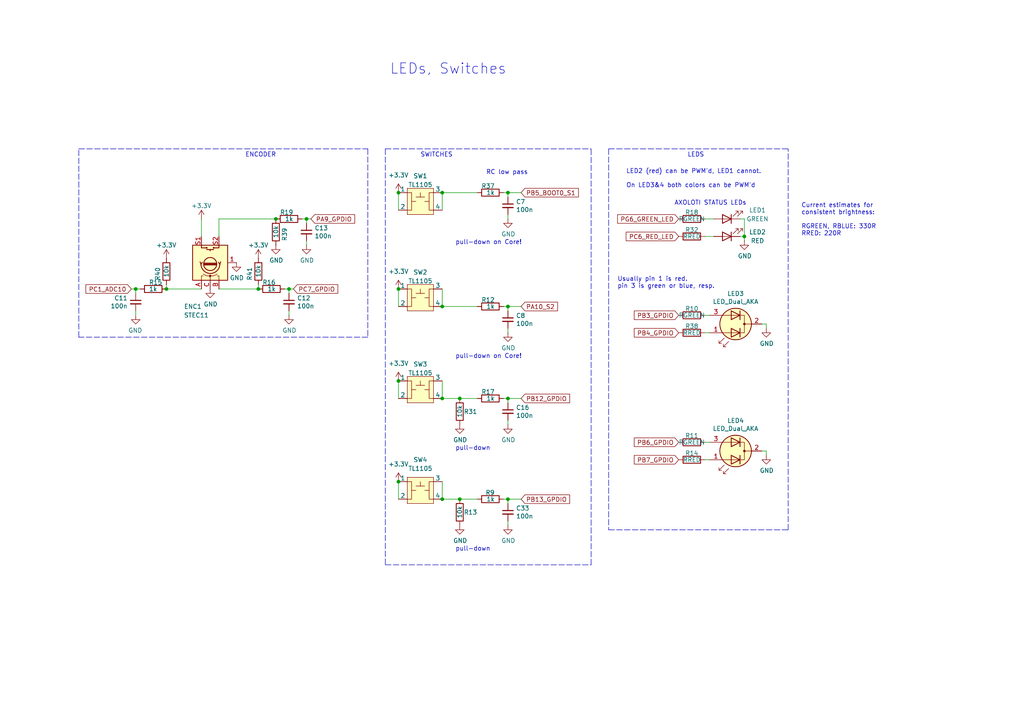
<source format=kicad_sch>
(kicad_sch (version 20250114) (generator "eeschema") (generator_version "9.0")
  (paper "A4")
  (title_block (title "https://github.com/ksoloti/ksoloti-gills") (date "2025-11-19") (rev "v0.6"))
  (lib_symbols
    (symbol "Device:C_Small" (pin_numbers (hide yes)) (pin_names (offset 0.254) (hide yes))
      (property "Reference" "C" (at 0.254 1.778 0))
      (property "Value" "C_Small" (at 0.254 -2.032 0))
      (symbol "C_Small_0_1"
        (polyline (pts (xy -1.524 0.508) (xy 1.524 0.508)) (stroke (width 0.3048)))
        (polyline (pts (xy -1.524 -0.508) (xy 1.524 -0.508)) (stroke (width 0.3302)))
      )
      (symbol "C_Small_1_1"
        (pin passive line (at 0 2.54 270) (length 2.032) (name "~") (number "1"))
        (pin passive line (at 0 -2.54 90) (length 2.032) (name "~") (number "2"))
      )
    )
    (symbol "Device:LED" (pin_numbers (hide yes)) (pin_names (offset 1.016) (hide yes))
      (property "Reference" "D" (at 0 2.54 0))
      (property "Value" "LED" (at 0 -2.54 0))
      (symbol "LED_0_1"
        (polyline (pts (xy -3.048 -0.762) (xy -4.572 -2.286) (xy -3.81 -2.286) (xy -4.572 -2.286) (xy -4.572 -1.524)))
        (polyline (pts (xy -1.778 -0.762) (xy -3.302 -2.286) (xy -2.54 -2.286) (xy -3.302 -2.286) (xy -3.302 -1.524)))
        (polyline (pts (xy -1.27 0) (xy 1.27 0)))
        (polyline (pts (xy -1.27 -1.27) (xy -1.27 1.27)) (stroke (width 0.254)))
        (polyline (pts (xy 1.27 -1.27) (xy 1.27 1.27) (xy -1.27 0) (xy 1.27 -1.27)) (stroke (width 0.254)))
      )
      (symbol "LED_1_1"
        (pin passive line (at -3.81 0 0) (length 2.54) (name "K") (number "1"))
        (pin passive line (at 3.81 0 180) (length 2.54) (name "A") (number "2"))
      )
    )
    (symbol "Device:LED_Dual_AKA" (pin_names (offset 0) (hide yes))
      (property "Reference" "D" (at 0 5.715 0))
      (property "Value" "LED_Dual_AKA" (at 0 -6.35 0))
      (symbol "LED_Dual_AKA_0_1"
        (polyline (pts (xy -4.572 0) (xy -2.54 0)))
        (circle (center -2.54 0) (radius 0.2794) (fill (type outline)))
        (polyline (pts (xy -1.27 1.27) (xy -1.27 3.81)) (stroke (width 0.254)))
        (polyline (pts (xy -1.27 -1.27) (xy -1.27 -3.81)) (stroke (width 0.254)))
        (circle (center 0 0) (radius 4.572) (stroke (width 0.254)) (fill (type background)))
        (polyline (pts (xy 1.27 1.27) (xy 1.27 3.81) (xy -1.27 2.54) (xy 1.27 1.27)) (stroke (width 0.254)))
        (polyline (pts (xy 1.27 -3.81) (xy 1.27 -1.27) (xy -1.27 -2.54) (xy 1.27 -3.81)) (stroke (width 0.254)))
        (polyline (pts (xy 2.032 5.08) (xy 3.556 6.604) (xy 2.794 6.604) (xy 3.556 6.604) (xy 3.556 5.842)))
        (polyline (pts (xy 2.032 2.54) (xy -2.54 2.54) (xy -2.54 -2.54) (xy 2.032 -2.54)))
        (polyline (pts (xy 3.302 4.064) (xy 4.826 5.588) (xy 4.064 5.588) (xy 4.826 5.588) (xy 4.826 4.826)))
        (polyline (pts (xy 3.81 2.54) (xy 1.905 2.54)))
        (polyline (pts (xy 3.81 -2.54) (xy 1.905 -2.54)))
      )
      (symbol "LED_Dual_AKA_1_1"
        (pin input line (at -7.62 0 0) (length 3.048) (name "K") (number "2"))
        (pin input line (at 7.62 2.54 180) (length 3.81) (name "A1") (number "1"))
        (pin input line (at 7.62 -2.54 180) (length 3.81) (name "A2") (number "3"))
      )
    )
    (symbol "Device:R" (pin_numbers (hide yes)) (pin_names (offset 0))
      (property "Reference" "R" (at 2.032 0 90))
      (property "Value" "R" (at 0 0 90))
      (symbol "R_0_1"
        (rectangle (start -1.016 -2.54) (end 1.016 2.54) (stroke (width 0.254)))
      )
      (symbol "R_1_1"
        (pin passive line (at 0 3.81 270) (length 1.27) (name "~") (number "1"))
        (pin passive line (at 0 -3.81 90) (length 1.27) (name "~") (number "2"))
      )
    )
    (symbol "New_Library:RotaryEncoder_Switch_GND" (pin_names (offset 0.254) (hide yes))
      (property "Reference" "ENC1" (at -12.7 7.62 90))
      (property "Value" "STEC11" (at -15.24 7.62 90))
      (symbol "RotaryEncoder_Switch_GND_0_1"
        (rectangle (start -5.08 5.08) (end 5.08 -5.08) (stroke (width 0.254)) (fill (type background)))
        (polyline (pts (xy -5.08 2.54) (xy -3.81 2.54) (xy -3.81 2.032)))
        (polyline (pts (xy -5.08 0) (xy -3.81 0) (xy -3.81 -1.016) (xy -3.302 -2.032)))
        (polyline (pts (xy -5.08 -2.54) (xy -3.81 -2.54) (xy -3.81 -2.032)))
        (polyline (pts (xy -4.318 0) (xy -3.81 0) (xy -3.81 1.016) (xy -3.302 2.032)))
        (circle (center -3.81 0) (radius 0.254) (fill (type outline)))
        (polyline (pts (xy -0.635 -1.778) (xy -0.635 1.778)) (stroke (width 0.254)))
        (circle (center -0.381 0) (radius 1.905) (stroke (width 0.254)))
        (polyline (pts (xy -0.381 -1.778) (xy -0.381 1.778)) (stroke (width 0.254)))
        (arc (start -0.381 -2.794) (mid -3.0988 -0.0635) (end -0.381 2.667) (stroke (width 0.254)))
        (polyline (pts (xy -0.127 1.778) (xy -0.127 -1.778)) (stroke (width 0.254)))
        (polyline (pts (xy 0.254 2.921) (xy -0.508 2.667) (xy 0.127 2.286)) (stroke (width 0.254)))
        (polyline (pts (xy 0.254 -3.048) (xy -0.508 -2.794) (xy 0.127 -2.413)) (stroke (width 0.254)))
        (polyline (pts (xy 3.81 1.016) (xy 3.81 -1.016)) (stroke (width 0.254)))
        (polyline (pts (xy 3.81 0) (xy 3.429 0)) (stroke (width 0.254)))
        (circle (center 4.318 1.016) (radius 0.127) (stroke (width 0.254)))
        (circle (center 4.318 -1.016) (radius 0.127) (stroke (width 0.254)))
        (polyline (pts (xy 5.08 2.54) (xy 4.318 2.54) (xy 4.318 1.016)) (stroke (width 0.254)))
        (polyline (pts (xy 5.08 -2.54) (xy 4.318 -2.54) (xy 4.318 -1.016)) (stroke (width 0.254)))
      )
      (symbol "RotaryEncoder_Switch_GND_1_1"
        (pin passive line (at -7.62 2.54 0) (length 2.54) (name "A") (number "A"))
        (pin passive line (at -7.62 0 0) (length 2.54) (name "C") (number "C"))
        (pin passive line (at -7.62 -2.54 0) (length 2.54) (name "B") (number "B"))
        (pin passive line (at 0 -7.62 90) (length 2.54) (name "1") (number "1"))
        (pin passive line (at 7.62 2.54 180) (length 2.54) (name "S1") (number "S1"))
        (pin passive line (at 7.62 -2.54 180) (length 2.54) (name "S2") (number "S2"))
      )
    )
    (symbol "New_Library:TL1105" (pin_numbers (hide yes)) (pin_names (offset 0))
      (property "Reference" "SW2" (at 0 7.3828 0))
      (property "Value" "TL1105" (at 0 4.8459 0))
      (symbol "TL1105_0_1"
        (rectangle (start -3.81 3.81) (end 3.81 -3.81) (fill (type background)))
        (polyline (pts (xy -3.81 2.54) (xy -2.54 2.54) (xy -2.54 -2.54) (xy -3.81 -2.54)))
        (polyline (pts (xy -2.54 0) (xy -1.27 0)))
        (polyline (pts (xy -1.27 1.27) (xy 1.27 1.27)))
        (polyline (pts (xy 0 2.54) (xy 0 1.27)))
        (polyline (pts (xy 1.27 0) (xy 2.54 0)))
        (polyline (pts (xy 3.81 2.54) (xy 2.54 2.54) (xy 2.54 -2.54) (xy 3.81 -2.54)))
      )
      (symbol "TL1105_1_1"
        (pin input line (at -6.35 2.54 0) (length 2.54) (name "1") (number "1"))
        (pin input line (at -6.35 -2.54 0) (length 2.54) (name "2") (number "2"))
        (pin input line (at 6.35 2.54 180) (length 2.54) (name "3") (number "3"))
        (pin input line (at 6.35 -2.54 180) (length 2.54) (name "4") (number "4"))
      )
    )
    (symbol "power:+3.3V" (power) (pin_numbers (hide yes)) (pin_names (offset 0) (hide yes))
      (property "Value" "+3.3V" (at 0 3.556 0))
      (symbol "+3.3V_0_1"
        (polyline (pts (xy -0.762 1.27) (xy 0 2.54)))
        (polyline (pts (xy 0 2.54) (xy 0.762 1.27)))
        (polyline (pts (xy 0 0) (xy 0 2.54)))
      )
      (symbol "+3.3V_1_1"
        (pin power_in line (at 0 0 90) (length 0) (name "~") (number "1"))
      )
    )
    (symbol "power:GND" (power) (pin_numbers (hide yes)) (pin_names (offset 0) (hide yes))
      (property "Value" "GND" (at 0 -3.81 0))
      (symbol "GND_0_1"
        (polyline (pts (xy 0 0) (xy 0 -1.27) (xy 1.27 -1.27) (xy 0 -2.54) (xy -1.27 -1.27) (xy 0 -1.27)))
      )
      (symbol "GND_1_1"
        (pin power_in line (at 0 0 270) (length 0) (name "~") (number "1"))
      )
    )
  )
  (text "ENCODER" (at 71.12 45.72 0) (effects (font (size 1.27 1.27)) (justify left bottom)))
  (text "SWITCHES" (at 121.92 45.72 0) (effects (font (size 1.27 1.27)) (justify left bottom)))
  (text "pull-down on Core!" (at 132.08 71.12 0) (effects (font (size 1.27 1.27)) (justify left bottom)))
  (text "LEDS" (at 199.39 45.72 0) (effects (font (size 1.27 1.27)) (justify left bottom)))
  (text "LED2 (red) can be PWM'd, LED1 cannot.\n\nOn LED3&4 both colors can be PWM'd\n" (at 181.61 54.61 0) (effects (font (size 1.27 1.27)) (justify left bottom)))
  (text "LEDs, Switches" (at 113.03 21.844 0) (effects (font (size 3 3)) (justify left bottom)))
  (text "pull-down on Core!" (at 132.08 104.14 0) (effects (font (size 1.27 1.27)) (justify left bottom)))
  (text "Current estimates for\nconsistent brightness:\n\nRGREEN, RBLUE: 330R\nRRED: 220R" (at 232.41 68.58 0) (effects (font (size 1.27 1.27)) (justify left bottom)))
  (text "Usually pin 1 is red.\npin 3 is green or blue, resp." (at 179.07 83.82 0) (effects (font (size 1.27 1.27)) (justify left bottom)))
  (text "pull-down" (at 132.08 160.02 0) (effects (font (size 1.27 1.27)) (justify left bottom)))
  (text "AXOLOTI STATUS LEDs" (at 195.58 59.69 0) (effects (font (size 1.27 1.27)) (justify left bottom)))
  (text "RC low pass" (at 140.97 50.8 0) (effects (font (size 1.27 1.27)) (justify left bottom)))
  (text "pull-down" (at 132.08 130.81 0) (effects (font (size 1.27 1.27)) (justify left bottom)))
  (junction (at 147.32 144.78))
  (junction (at 147.32 115.57))
  (junction (at 115.57 139.7))
  (junction (at 80.01 63.5))
  (junction (at 74.93 83.82))
  (junction (at 128.27 55.88))
  (junction (at 133.35 144.78))
  (junction (at 115.57 83.82))
  (junction (at 115.57 55.88))
  (junction (at 128.27 144.78))
  (junction (at 115.57 110.49))
  (junction (at 128.27 88.9))
  (junction (at 133.35 115.57))
  (junction (at 83.82 83.82))
  (junction (at 147.32 88.9))
  (junction (at 128.27 115.57))
  (junction (at 39.37 83.82))
  (junction (at 215.9 68.58))
  (junction (at 88.9 63.5))
  (junction (at 147.32 55.88))
  (junction (at 48.26 83.82))
  (wire (pts (xy 83.82 90.17) (xy 83.82 91.44)))
  (wire (pts (xy 128.27 83.82) (xy 128.27 88.9)))
  (polyline (pts (xy 176.53 43.18) (xy 176.53 153.67)) (stroke (width 0) (type dash)))
  (polyline (pts (xy 111.76 163.83) (xy 171.45 163.83)) (stroke (width 0) (type dash)))
  (wire (pts (xy 207.01 63.5) (xy 204.47 63.5)))
  (wire (pts (xy 205.74 133.35) (xy 204.47 133.35)))
  (wire (pts (xy 147.32 57.15) (xy 147.32 55.88)))
  (wire (pts (xy 80.01 63.5) (xy 63.5 63.5)))
  (wire (pts (xy 128.27 115.57) (xy 133.35 115.57)))
  (polyline (pts (xy 176.53 43.18) (xy 228.6 43.18)) (stroke (width 0) (type dash)))
  (wire (pts (xy 133.35 115.57) (xy 138.43 115.57)))
  (wire (pts (xy 147.32 88.9) (xy 146.05 88.9)))
  (wire (pts (xy 147.32 151.13) (xy 147.32 152.4)))
  (wire (pts (xy 215.9 68.58) (xy 214.63 68.58)))
  (wire (pts (xy 147.32 146.05) (xy 147.32 144.78)))
  (polyline (pts (xy 22.86 43.18) (xy 106.68 43.18)) (stroke (width 0) (type dash)))
  (wire (pts (xy 205.74 96.52) (xy 204.47 96.52)))
  (wire (pts (xy 215.9 69.85) (xy 215.9 68.58)))
  (wire (pts (xy 147.32 55.88) (xy 146.05 55.88)))
  (wire (pts (xy 83.82 85.09) (xy 83.82 83.82)))
  (polyline (pts (xy 176.53 153.67) (xy 228.6 153.67)) (stroke (width 0) (type dash)))
  (wire (pts (xy 147.32 62.23) (xy 147.32 63.5)))
  (wire (pts (xy 215.9 68.58) (xy 215.9 63.5)))
  (wire (pts (xy 147.32 144.78) (xy 146.05 144.78)))
  (wire (pts (xy 48.26 82.55) (xy 48.26 83.82)))
  (wire (pts (xy 128.27 110.49) (xy 128.27 115.57)))
  (wire (pts (xy 88.9 63.5) (xy 87.63 63.5)))
  (wire (pts (xy 39.37 90.17) (xy 39.37 91.44)))
  (wire (pts (xy 115.57 144.78) (xy 115.57 139.7)))
  (polyline (pts (xy 111.76 43.18) (xy 171.45 43.18)) (stroke (width 0) (type dash)))
  (wire (pts (xy 204.47 91.44) (xy 205.74 91.44)))
  (polyline (pts (xy 228.6 153.67) (xy 228.6 43.18)) (stroke (width 0) (type dash)))
  (wire (pts (xy 115.57 60.96) (xy 115.57 55.88)))
  (wire (pts (xy 74.93 83.82) (xy 74.93 82.55)))
  (wire (pts (xy 58.42 63.5) (xy 58.42 68.58)))
  (wire (pts (xy 88.9 69.85) (xy 88.9 71.12)))
  (wire (pts (xy 38.1 83.82) (xy 39.37 83.82)))
  (wire (pts (xy 115.57 88.9) (xy 115.57 83.82)))
  (wire (pts (xy 128.27 55.88) (xy 128.27 60.96)))
  (wire (pts (xy 128.27 139.7) (xy 128.27 144.78)))
  (polyline (pts (xy 106.68 97.79) (xy 22.86 97.79)) (stroke (width 0) (type dash)))
  (wire (pts (xy 115.57 115.57) (xy 115.57 110.49)))
  (polyline (pts (xy 22.86 97.79) (xy 22.86 43.18)) (stroke (width 0) (type dash)))
  (wire (pts (xy 151.13 115.57) (xy 147.32 115.57)))
  (wire (pts (xy 128.27 55.88) (xy 138.43 55.88)))
  (wire (pts (xy 39.37 85.09) (xy 39.37 83.82)))
  (wire (pts (xy 128.27 144.78) (xy 133.35 144.78)))
  (wire (pts (xy 85.09 83.82) (xy 83.82 83.82)))
  (wire (pts (xy 63.5 83.82) (xy 74.93 83.82)))
  (polyline (pts (xy 111.76 43.18) (xy 111.76 163.83)) (stroke (width 0) (type dash)))
  (wire (pts (xy 128.27 88.9) (xy 138.43 88.9)))
  (wire (pts (xy 222.25 95.25) (xy 222.25 93.98)))
  (wire (pts (xy 147.32 90.17) (xy 147.32 88.9)))
  (wire (pts (xy 90.17 63.5) (xy 88.9 63.5)))
  (wire (pts (xy 151.13 55.88) (xy 147.32 55.88)))
  (wire (pts (xy 147.32 115.57) (xy 146.05 115.57)))
  (wire (pts (xy 222.25 93.98) (xy 220.98 93.98)))
  (wire (pts (xy 204.47 128.27) (xy 205.74 128.27)))
  (wire (pts (xy 83.82 83.82) (xy 82.55 83.82)))
  (wire (pts (xy 147.32 95.25) (xy 147.32 96.52)))
  (wire (pts (xy 215.9 63.5) (xy 214.63 63.5)))
  (wire (pts (xy 88.9 64.77) (xy 88.9 63.5)))
  (wire (pts (xy 147.32 116.84) (xy 147.32 115.57)))
  (wire (pts (xy 147.32 121.92) (xy 147.32 123.19)))
  (wire (pts (xy 151.13 144.78) (xy 147.32 144.78)))
  (polyline (pts (xy 171.45 163.83) (xy 171.45 43.18)) (stroke (width 0) (type dash)))
  (wire (pts (xy 63.5 63.5) (xy 63.5 68.58)))
  (wire (pts (xy 222.25 130.81) (xy 220.98 130.81)))
  (wire (pts (xy 48.26 83.82) (xy 58.42 83.82)))
  (wire (pts (xy 39.37 83.82) (xy 40.64 83.82)))
  (wire (pts (xy 133.35 144.78) (xy 138.43 144.78)))
  (wire (pts (xy 151.13 88.9) (xy 147.32 88.9)))
  (polyline (pts (xy 106.68 43.18) (xy 106.68 97.79)) (stroke (width 0) (type dash)))
  (wire (pts (xy 222.25 132.08) (xy 222.25 130.81)))
  (wire (pts (xy 204.47 68.58) (xy 207.01 68.58)))
  (global_label "PB5_BOOT0_S1" (shape input) (at 151.13 55.88 0) (property "Intersheetrefs" "${INTERSHEET_REFS}" (effects (hide yes))))
  (global_label "PB13_GPDIO" (shape input) (at 151.13 144.78 0) (property "Intersheetrefs" "${INTERSHEET_REFS}" (effects (hide yes))))
  (global_label "PC1_ADC10" (shape input) (at 38.1 83.82 180) (property "Intersheetrefs" "${INTERSHEET_REFS}" (effects (hide yes))))
  (global_label "PB3_GPDIO" (shape input) (at 196.85 91.44 180) (property "Intersheetrefs" "${INTERSHEET_REFS}" (effects (hide yes))))
  (global_label "PC7_GPDIO" (shape input) (at 85.09 83.82 0) (property "Intersheetrefs" "${INTERSHEET_REFS}" (effects (hide yes))))
  (global_label "PB6_GPDIO" (shape input) (at 196.85 128.27 180) (property "Intersheetrefs" "${INTERSHEET_REFS}" (effects (hide yes))))
  (global_label "PC6_RED_LED" (shape input) (at 196.85 68.58 180) (property "Intersheetrefs" "${INTERSHEET_REFS}" (effects (hide yes))))
  (global_label "PB12_GPDIO" (shape input) (at 151.13 115.57 0) (property "Intersheetrefs" "${INTERSHEET_REFS}" (effects (hide yes))))
  (global_label "PA10_S2" (shape input) (at 151.13 88.9 0) (property "Intersheetrefs" "${INTERSHEET_REFS}" (effects (hide yes))))
  (global_label "PB7_GPDIO" (shape input) (at 196.85 133.35 180) (property "Intersheetrefs" "${INTERSHEET_REFS}" (effects (hide yes))))
  (global_label "PG6_GREEN_LED" (shape input) (at 196.85 63.5 180) (property "Intersheetrefs" "${INTERSHEET_REFS}" (effects (hide yes))))
  (global_label "PA9_GPDIO" (shape input) (at 90.17 63.5 0) (property "Intersheetrefs" "${INTERSHEET_REFS}" (effects (hide yes))))
  (global_label "PB4_GPDIO" (shape input) (at 196.85 96.52 180) (property "Intersheetrefs" "${INTERSHEET_REFS}" (effects (hide yes))))
  (symbol (lib_id "power:GND") (at 147.32 63.5 0) (unit 1)
    (property "Reference" "#PWR032" (effects (hide yes)))
    (property "Value" "GND" (at 147.447 67.8942 0))
    (property "Description" "Power symbol creates a global label with name \"GND\" , ground" (effects (hide yes)))
  )
  (symbol (lib_id "Device:LED") (at 210.82 63.5 180) (unit 1)
    (property "Reference" "LED1" (at 219.71 60.96 0))
    (property "Value" "GREEN" (at 219.71 63.5 0))
    (property "Footprint" "Library:LED_D3.0mm_marked" (effects (hide yes)))
    (property "Description" "Light emitting diode" (effects (hide yes)))
    (property "Sim.Pins" "1=K 2=A" (effects (hide yes)))
  )
  (symbol (lib_id "New_Library:TL1105") (at 121.92 113.03 0) (unit 1)
    (property "Reference" "SW3" (at 121.92 105.6472 0))
    (property "Value" "TL1105" (at 121.92 108.1841 0))
    (property "Footprint" "Library:TL1105T" (effects (hide yes)))
    (property "Datasheet" "https://www.e-switch.com/system/asset/product_line/data_sheet/144/TL1105.pdf" (effects (hide yes)))
  )
  (symbol (lib_id "Device:R") (at 78.74 83.82 90) (unit 1)
    (property "Reference" "R16" (at 80.01 81.915 90) (effects (justify left)))
    (property "Value" "1k" (at 80.01 83.82 90) (effects (justify left)))
    (property "Footprint" "Resistor_SMD:R_0603_1608Metric" (effects (hide yes)))
    (property "Description" "Resistor" (effects (hide yes)))
  )
  (symbol (lib_id "power:GND") (at 133.35 123.19 0) (unit 1)
    (property "Reference" "#PWR049" (effects (hide yes)))
    (property "Value" "GND" (at 133.477 127.5842 0))
    (property "Description" "Power symbol creates a global label with name \"GND\" , ground" (effects (hide yes)))
  )
  (symbol (lib_id "power:GND") (at 39.37 91.44 0) (mirror y) (unit 1)
    (property "Reference" "#PWR010" (effects (hide yes)))
    (property "Value" "GND" (at 39.243 95.8342 0))
    (property "Description" "Power symbol creates a global label with name \"GND\" , ground" (effects (hide yes)))
  )
  (symbol (lib_id "Device:C_Small") (at 147.32 119.38 0) (unit 1)
    (property "Reference" "C16" (at 149.6568 118.2116 0) (effects (justify left)))
    (property "Value" "100n" (at 149.6568 120.523 0) (effects (justify left)))
    (property "Footprint" "Capacitor_SMD:C_0603_1608Metric" (effects (hide yes)))
    (property "Description" "Unpolarized capacitor, small symbol" (effects (hide yes)))
  )
  (symbol (lib_id "Device:R") (at 200.66 96.52 270) (unit 1)
    (property "Reference" "R38" (at 200.66 94.615 90))
    (property "Value" "RRED" (at 200.66 96.52 90))
    (property "Footprint" "Resistor_SMD:R_0805_2012Metric" (effects (hide yes)))
    (property "Description" "Resistor" (effects (hide yes)))
  )
  (symbol (lib_id "New_Library:TL1105") (at 121.92 142.24 0) (unit 1)
    (property "Reference" "SW4" (at 121.92 133.35 0))
    (property "Value" "TL1105" (at 121.92 135.89 0))
    (property "Footprint" "Library:TL1105T" (effects (hide yes)))
    (property "Datasheet" "https://www.e-switch.com/system/asset/product_line/data_sheet/144/TL1105.pdf" (effects (hide yes)))
  )
  (symbol (lib_id "Device:R") (at 200.66 63.5 270) (unit 1)
    (property "Reference" "R18" (at 200.66 61.595 90))
    (property "Value" "RGREEN" (at 200.66 63.5 90))
    (property "Footprint" "Resistor_SMD:R_0805_2012Metric" (effects (hide yes)))
    (property "Description" "Resistor" (effects (hide yes)))
  )
  (symbol (lib_id "Device:R") (at 80.01 67.31 180) (unit 1)
    (property "Reference" "R39" (at 82.55 66.04 90) (effects (justify left)))
    (property "Value" "10k" (at 80.01 65.405 90) (effects (justify left)))
    (property "Footprint" "Resistor_SMD:R_0603_1608Metric" (effects (hide yes)))
    (property "Description" "Resistor" (effects (hide yes)))
  )
  (symbol (lib_id "power:GND") (at 68.58 76.2 0) (unit 1)
    (property "Reference" "#PWR0144" (effects (hide yes)))
    (property "Value" "GND" (at 68.707 80.5942 0))
    (property "Description" "Power symbol creates a global label with name \"GND\" , ground" (effects (hide yes)))
  )
  (symbol (lib_id "power:GND") (at 222.25 95.25 0) (unit 1)
    (property "Reference" "#PWR030" (effects (hide yes)))
    (property "Value" "GND" (at 222.377 99.6442 0))
    (property "Description" "Power symbol creates a global label with name \"GND\" , ground" (effects (hide yes)))
  )
  (symbol (lib_id "power:GND") (at 80.01 71.12 0) (unit 1)
    (property "Reference" "#PWR083" (effects (hide yes)))
    (property "Value" "GND" (at 80.137 75.5142 0))
    (property "Description" "Power symbol creates a global label with name \"GND\" , ground" (effects (hide yes)))
  )
  (symbol (lib_id "Device:C_Small") (at 147.32 92.71 0) (unit 1)
    (property "Reference" "C8" (at 149.6568 91.5416 0) (effects (justify left)))
    (property "Value" "100n" (at 149.6568 93.853 0) (effects (justify left)))
    (property "Footprint" "Capacitor_SMD:C_0603_1608Metric" (effects (hide yes)))
    (property "Description" "Unpolarized capacitor, small symbol" (effects (hide yes)))
  )
  (symbol (lib_id "Device:LED") (at 210.82 68.58 180) (unit 1)
    (property "Reference" "LED2" (at 219.71 67.31 0))
    (property "Value" "RED" (at 219.71 69.85 0))
    (property "Footprint" "Library:LED_D3.0mm_marked" (effects (hide yes)))
    (property "Description" "Light emitting diode" (effects (hide yes)))
    (property "Sim.Pins" "1=K 2=A" (effects (hide yes)))
  )
  (symbol (lib_id "power:+3.3V") (at 48.26 74.93 0) (unit 1)
    (property "Reference" "#PWR081" (effects (hide yes)))
    (property "Value" "+3.3V" (at 48.26 71.12 0))
    (property "Description" "Power symbol creates a global label with name \"+3.3V\"" (effects (hide yes)))
  )
  (symbol (lib_id "Device:R") (at 200.66 133.35 270) (unit 1)
    (property "Reference" "R14" (at 200.66 131.445 90))
    (property "Value" "RRED" (at 200.66 133.35 90))
    (property "Footprint" "Resistor_SMD:R_0805_2012Metric" (effects (hide yes)))
    (property "Description" "Resistor" (effects (hide yes)))
  )
  (symbol (lib_id "Device:C_Small") (at 147.32 59.69 0) (unit 1)
    (property "Reference" "C7" (at 149.6568 58.5216 0) (effects (justify left)))
    (property "Value" "100n" (at 149.6568 60.833 0) (effects (justify left)))
    (property "Footprint" "Capacitor_SMD:C_0603_1608Metric" (effects (hide yes)))
    (property "Description" "Unpolarized capacitor, small symbol" (effects (hide yes)))
  )
  (symbol (lib_id "New_Library:TL1105") (at 121.92 58.42 0) (unit 1)
    (property "Reference" "SW1" (at 121.92 51.0372 0))
    (property "Value" "TL1105" (at 121.92 53.5741 0))
    (property "Footprint" "Library:TL1105T" (effects (hide yes)))
    (property "Datasheet" "https://www.e-switch.com/system/asset/product_line/data_sheet/144/TL1105.pdf" (effects (hide yes)))
  )
  (symbol (lib_id "Device:LED_Dual_AKA") (at 213.36 130.81 180) (unit 1)
    (property "Reference" "LED4" (at 213.36 121.9962 0))
    (property "Value" "LED_Dual_AKA" (at 213.36 124.3076 0))
    (property "Footprint" "Library:LED_D3.0mm-3_marked" (effects (hide yes)))
    (property "Description" "Dual LED, common cathode on pin 2" (effects (hide yes)))
  )
  (symbol (lib_id "Device:R") (at 200.66 128.27 270) (unit 1)
    (property "Reference" "R11" (at 200.66 126.365 90))
    (property "Value" "RGREEN" (at 200.66 128.27 90))
    (property "Footprint" "Resistor_SMD:R_0805_2012Metric" (effects (hide yes)))
    (property "Description" "Resistor" (effects (hide yes)))
  )
  (symbol (lib_id "power:+3.3V") (at 115.57 83.82 0) (unit 1)
    (property "Reference" "#PWR033" (effects (hide yes)))
    (property "Value" "+3.3V" (at 115.57 78.74 0))
    (property "Description" "Power symbol creates a global label with name \"+3.3V\"" (effects (hide yes)))
  )
  (symbol (lib_id "Device:R") (at 142.24 144.78 90) (unit 1)
    (property "Reference" "R9" (at 143.51 142.875 90) (effects (justify left)))
    (property "Value" "1k" (at 143.51 144.78 90) (effects (justify left)))
    (property "Footprint" "Resistor_SMD:R_0603_1608Metric" (effects (hide yes)))
    (property "Description" "Resistor" (effects (hide yes)))
  )
  (symbol (lib_id "Device:R") (at 200.66 91.44 270) (unit 1)
    (property "Reference" "R10" (at 200.66 89.535 90))
    (property "Value" "RGREEN" (at 200.66 91.44 90))
    (property "Footprint" "Resistor_SMD:R_0805_2012Metric" (effects (hide yes)))
    (property "Description" "Resistor" (effects (hide yes)))
  )
  (symbol (lib_id "Device:R") (at 200.66 68.58 270) (unit 1)
    (property "Reference" "R32" (at 200.66 66.675 90))
    (property "Value" "RRED" (at 200.66 68.58 90))
    (property "Footprint" "Resistor_SMD:R_0805_2012Metric" (effects (hide yes)))
    (property "Description" "Resistor" (effects (hide yes)))
  )
  (symbol (lib_id "Device:C_Small") (at 83.82 87.63 0) (unit 1)
    (property "Reference" "C12" (at 86.1568 86.4616 0) (effects (justify left)))
    (property "Value" "100n" (at 86.1568 88.773 0) (effects (justify left)))
    (property "Footprint" "Capacitor_SMD:C_0603_1608Metric" (effects (hide yes)))
    (property "Description" "Unpolarized capacitor, small symbol" (effects (hide yes)))
  )
  (symbol (lib_id "power:GND") (at 147.32 96.52 0) (unit 1)
    (property "Reference" "#PWR036" (effects (hide yes)))
    (property "Value" "GND" (at 147.447 100.9142 0))
    (property "Description" "Power symbol creates a global label with name \"GND\" , ground" (effects (hide yes)))
  )
  (symbol (lib_id "Device:C_Small") (at 147.32 148.59 0) (unit 1)
    (property "Reference" "C33" (at 149.6568 147.4216 0) (effects (justify left)))
    (property "Value" "100n" (at 149.6568 149.733 0) (effects (justify left)))
    (property "Footprint" "Capacitor_SMD:C_0603_1608Metric" (effects (hide yes)))
    (property "Description" "Unpolarized capacitor, small symbol" (effects (hide yes)))
  )
  (symbol (lib_id "Device:R") (at 142.24 88.9 90) (unit 1)
    (property "Reference" "R12" (at 143.51 86.995 90) (effects (justify left)))
    (property "Value" "1k" (at 143.51 88.9 90) (effects (justify left)))
    (property "Footprint" "Resistor_SMD:R_0603_1608Metric" (effects (hide yes)))
    (property "Description" "Resistor" (effects (hide yes)))
  )
  (symbol (lib_id "Device:R") (at 74.93 78.74 180) (unit 1)
    (property "Reference" "R41" (at 72.39 77.47 90) (effects (justify left)))
    (property "Value" "10k" (at 74.93 76.835 90) (effects (justify left)))
    (property "Footprint" "Resistor_SMD:R_0603_1608Metric" (effects (hide yes)))
    (property "Description" "Resistor" (effects (hide yes)))
  )
  (symbol (lib_id "Device:R") (at 44.45 83.82 270) (mirror x) (unit 1)
    (property "Reference" "R15" (at 43.18 81.915 90) (effects (justify left)))
    (property "Value" "1k" (at 43.18 83.82 90) (effects (justify left)))
    (property "Footprint" "Resistor_SMD:R_0603_1608Metric" (effects (hide yes)))
    (property "Description" "Resistor" (effects (hide yes)))
  )
  (symbol (lib_id "Device:R") (at 133.35 148.59 180) (unit 1)
    (property "Reference" "R13" (at 138.43 148.59 0) (effects (justify left)))
    (property "Value" "10k" (at 133.35 146.685 90) (effects (justify left)))
    (property "Footprint" "Resistor_SMD:R_0603_1608Metric" (effects (hide yes)))
    (property "Description" "Resistor" (effects (hide yes)))
  )
  (symbol (lib_id "power:GND") (at 147.32 152.4 0) (unit 1)
    (property "Reference" "#PWR0133" (effects (hide yes)))
    (property "Value" "GND" (at 147.447 156.7942 0))
    (property "Description" "Power symbol creates a global label with name \"GND\" , ground" (effects (hide yes)))
  )
  (symbol (lib_id "Device:C_Small") (at 88.9 67.31 0) (unit 1)
    (property "Reference" "C13" (at 91.2368 66.1416 0) (effects (justify left)))
    (property "Value" "100n" (at 91.2368 68.453 0) (effects (justify left)))
    (property "Footprint" "Capacitor_SMD:C_0603_1608Metric" (effects (hide yes)))
    (property "Description" "Unpolarized capacitor, small symbol" (effects (hide yes)))
  )
  (symbol (lib_id "power:+3.3V") (at 115.57 110.49 0) (unit 1)
    (property "Reference" "#PWR043" (effects (hide yes)))
    (property "Value" "+3.3V" (at 115.57 105.41 0))
    (property "Description" "Power symbol creates a global label with name \"+3.3V\"" (effects (hide yes)))
  )
  (symbol (lib_id "Device:R") (at 142.24 55.88 90) (unit 1)
    (property "Reference" "R37" (at 143.51 53.975 90) (effects (justify left)))
    (property "Value" "1k" (at 143.51 55.88 90) (effects (justify left)))
    (property "Footprint" "Resistor_SMD:R_0603_1608Metric" (effects (hide yes)))
    (property "Description" "Resistor" (effects (hide yes)))
  )
  (symbol (lib_id "power:GND") (at 88.9 71.12 0) (unit 1)
    (property "Reference" "#PWR037" (effects (hide yes)))
    (property "Value" "GND" (at 89.027 75.5142 0))
    (property "Description" "Power symbol creates a global label with name \"GND\" , ground" (effects (hide yes)))
  )
  (symbol (lib_id "power:+3.3V") (at 58.42 63.5 0) (unit 1)
    (property "Reference" "#PWR0102" (effects (hide yes)))
    (property "Value" "+3.3V" (at 58.42 59.69 0))
    (property "Description" "Power symbol creates a global label with name \"+3.3V\"" (effects (hide yes)))
  )
  (symbol (lib_id "power:GND") (at 60.96 83.82 0) (unit 1)
    (property "Reference" "#PWR084" (effects (hide yes)))
    (property "Value" "GND" (at 61.087 88.2142 0))
    (property "Description" "Power symbol creates a global label with name \"GND\" , ground" (effects (hide yes)))
  )
  (symbol (lib_id "power:GND") (at 147.32 123.19 0) (unit 1)
    (property "Reference" "#PWR050" (effects (hide yes)))
    (property "Value" "GND" (at 147.447 127.5842 0))
    (property "Description" "Power symbol creates a global label with name \"GND\" , ground" (effects (hide yes)))
  )
  (symbol (lib_id "power:GND") (at 215.9 69.85 0) (unit 1)
    (property "Reference" "#PWR047" (effects (hide yes)))
    (property "Value" "GND" (at 216.027 74.2442 0))
    (property "Description" "Power symbol creates a global label with name \"GND\" , ground" (effects (hide yes)))
  )
  (symbol (lib_id "New_Library:TL1105") (at 121.92 86.36 0) (unit 1)
    (property "Reference" "SW2" (at 121.92 78.9772 0))
    (property "Value" "TL1105" (at 121.92 81.5141 0))
    (property "Footprint" "Library:TL1105T" (effects (hide yes)))
    (property "Datasheet" "https://www.e-switch.com/system/asset/product_line/data_sheet/144/TL1105.pdf" (effects (hide yes)))
  )
  (symbol (lib_id "power:+3.3V") (at 115.57 139.7 0) (unit 1)
    (property "Reference" "#PWR0132" (effects (hide yes)))
    (property "Value" "+3.3V" (at 115.57 134.62 0))
    (property "Description" "Power symbol creates a global label with name \"+3.3V\"" (effects (hide yes)))
  )
  (symbol (lib_id "Device:C_Small") (at 39.37 87.63 0) (mirror y) (unit 1)
    (property "Reference" "C11" (at 37.0332 86.4616 0) (effects (justify left)))
    (property "Value" "100n" (at 37.0332 88.773 0) (effects (justify left)))
    (property "Footprint" "Capacitor_SMD:C_0603_1608Metric" (effects (hide yes)))
    (property "Description" "Unpolarized capacitor, small symbol" (effects (hide yes)))
  )
  (symbol (lib_id "Device:R") (at 142.24 115.57 90) (unit 1)
    (property "Reference" "R17" (at 143.51 113.665 90) (effects (justify left)))
    (property "Value" "1k" (at 143.51 115.57 90) (effects (justify left)))
    (property "Footprint" "Resistor_SMD:R_0603_1608Metric" (effects (hide yes)))
    (property "Description" "Resistor" (effects (hide yes)))
  )
  (symbol (lib_id "power:GND") (at 83.82 91.44 0) (unit 1)
    (property "Reference" "#PWR035" (effects (hide yes)))
    (property "Value" "GND" (at 83.947 95.8342 0))
    (property "Description" "Power symbol creates a global label with name \"GND\" , ground" (effects (hide yes)))
  )
  (symbol (lib_id "Device:R") (at 83.82 63.5 90) (unit 1)
    (property "Reference" "R19" (at 85.09 61.595 90) (effects (justify left)))
    (property "Value" "1k" (at 85.09 63.5 90) (effects (justify left)))
    (property "Footprint" "Resistor_SMD:R_0603_1608Metric" (effects (hide yes)))
    (property "Description" "Resistor" (effects (hide yes)))
  )
  (symbol (lib_id "power:GND") (at 133.35 152.4 0) (unit 1)
    (property "Reference" "#PWR0134" (effects (hide yes)))
    (property "Value" "GND" (at 133.477 156.7942 0))
    (property "Description" "Power symbol creates a global label with name \"GND\" , ground" (effects (hide yes)))
  )
  (symbol (lib_id "Device:R") (at 48.26 78.74 180) (unit 1)
    (property "Reference" "R40" (at 45.72 77.47 90) (effects (justify left)))
    (property "Value" "10k" (at 48.26 76.835 90) (effects (justify left)))
    (property "Footprint" "Resistor_SMD:R_0603_1608Metric" (effects (hide yes)))
    (property "Description" "Resistor" (effects (hide yes)))
  )
  (symbol (lib_id "power:GND") (at 222.25 132.08 0) (unit 1)
    (property "Reference" "#PWR034" (effects (hide yes)))
    (property "Value" "GND" (at 222.377 136.4742 0))
    (property "Description" "Power symbol creates a global label with name \"GND\" , ground" (effects (hide yes)))
  )
  (symbol (lib_id "Device:LED_Dual_AKA") (at 213.36 93.98 180) (unit 1)
    (property "Reference" "LED3" (at 213.36 85.1662 0))
    (property "Value" "LED_Dual_AKA" (at 213.36 87.4776 0))
    (property "Footprint" "Library:LED_D3.0mm-3_marked" (effects (hide yes)))
    (property "Description" "Dual LED, common cathode on pin 2" (effects (hide yes)))
  )
  (symbol (lib_id "New_Library:RotaryEncoder_Switch_GND") (at 60.96 76.2 90) (unit 1)
    (property "Reference" "ENC1" (at 53.34 88.9 90) (effects (justify right)))
    (property "Value" "STEC11" (at 53.34 91.44 90) (effects (justify right)))
    (property "Footprint" "Library:ALPS_STEC12E08" (effects (hide yes)))
  )
  (symbol (lib_id "Device:R") (at 133.35 119.38 180) (unit 1)
    (property "Reference" "R31" (at 138.43 119.38 0) (effects (justify left)))
    (property "Value" "10k" (at 133.35 117.475 90) (effects (justify left)))
    (property "Footprint" "Resistor_SMD:R_0603_1608Metric" (effects (hide yes)))
    (property "Description" "Resistor" (effects (hide yes)))
  )
  (symbol (lib_id "power:+3.3V") (at 74.93 74.93 0) (unit 1)
    (property "Reference" "#PWR082" (effects (hide yes)))
    (property "Value" "+3.3V" (at 74.93 71.12 0))
    (property "Description" "Power symbol creates a global label with name \"+3.3V\"" (effects (hide yes)))
  )
  (symbol (lib_id "power:+3.3V") (at 115.57 55.88 0) (unit 1)
    (property "Reference" "#PWR027" (effects (hide yes)))
    (property "Value" "+3.3V" (at 115.57 50.8 0))
    (property "Description" "Power symbol creates a global label with name \"+3.3V\"" (effects (hide yes)))
  )
)
</source>
